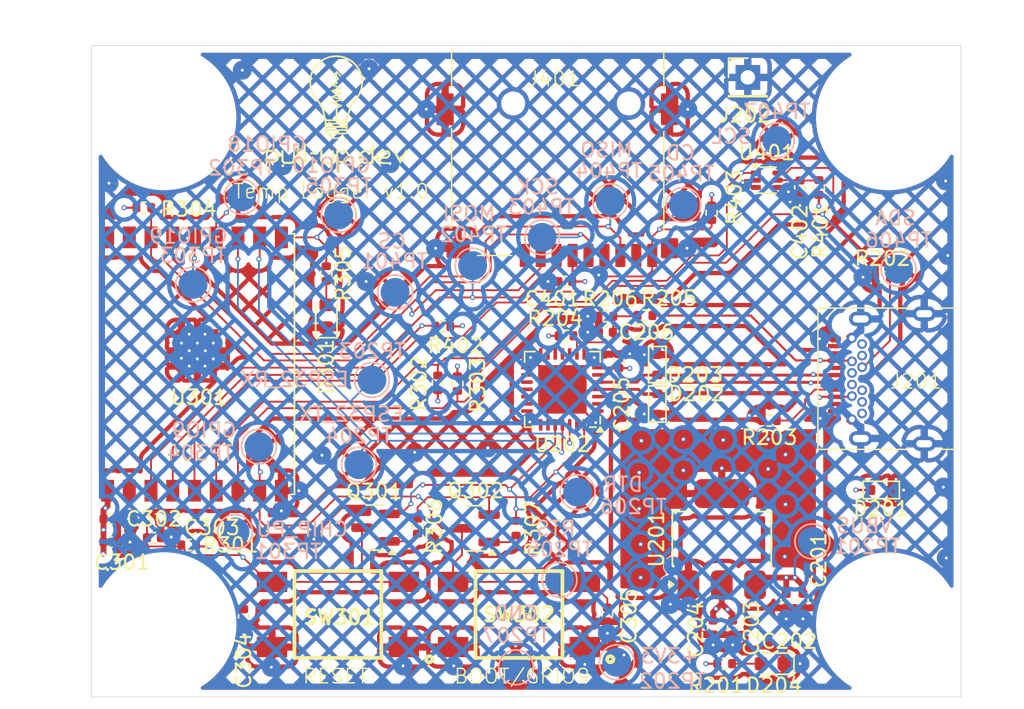
<source format=kicad_pcb>
(kicad_pcb (version 20240108) (generator "pcbnew") (generator_version "8.0")
  (title_block (title "${project_name}") (date "2024-08-10") (rev "${pcb_version_major}.${pcb_version_minor}") (company "pull-up.dev"))
  (layers (0 "F.Cu" signal) (1 "In1.Cu" signal) (2 "In2.Cu" signal) (31 "B.Cu" signal) (34 "B.Paste" user) (35 "F.Paste" user) (36 "B.SilkS" user "B.Silkscreen") (37 "F.SilkS" user "F.Silkscreen") (38 "B.Mask" user) (39 "F.Mask" user) (44 "Edge.Cuts" user))
  (property "pcb_version_major" "1")
  (property "pcb_version_minor" "0")
  (property "project_name" "Temp Logger")
  (net 0 "")
  (net 1 "GND")
  (net 2 "VBUS")
  (net 3 "+3V3")
  (net 4 "Net-(U202-VBUS)")
  (net 5 "/MCU/CHIP_PU")
  (net 6 "/MCU/GPIO9")
  (net 7 "Net-(U401-V+)")
  (net 8 "/USB + Power Supply/USB_DATA.DP")
  (net 9 "/USB + Power Supply/USB_DATA.DN")
  (net 10 "Net-(D204-A)")
  (net 11 "Net-(D301-A)")
  (net 14 "/USB + Power Supply/CC1")
  (net 21 "/USB + Power Supply/CC2")
  (net 24 "/MCU/SD.CS")
  (net 26 "/MCU/SD.MISO")
  (net 27 "/MCU/SD.MOSI")
  (net 29 "/MCU/SD.SCK")
  (net 30 "/MCU/SD.CD")
  (net 31 "/MCU/RTS")
  (net 32 "Net-(Q301-B)")
  (net 33 "/MCU/DTR")
  (net 34 "Net-(Q302-B)")
  (net 35 "Net-(U202-~{RST})")
  (net 36 "/MCU/I2C.SCL")
  (net 37 "/MCU/I2C.SDA")
  (net 38 "/MCU/GPIO10")
  (net 39 "/MCU/UART.ESP32_RX")
  (net 40 "/MCU/UART.ESP32_TX")
  (net 41 "Net-(U301-GPIO18{slash}USB_D-)")
  (net 42 "Net-(U301-GPIO19{slash}USB_D+)")
  (footprint "Resistor_SMD:R_0402_1005Metric" (layer "F.Cu") (at 148.79 101.9 180)
    (property "Reference" "R203")
    (property "Value" "5k1")
  )
  (footprint "Resistor_SMD:R_0402_1005Metric" (layer "F.Cu") (at 152.2 85.8 90)
    (property "Reference" "R401")
    (property "Value" "1k")
  )
  (footprint "Resistor_SMD:R_0402_1005Metric" (layer "F.Cu") (at 125.9 99.3 90)
    (property "Reference" "R302")
    (property "Value" "4.7k")
  )
  (footprint "Resistor_SMD:R_0402_1005Metric" (layer "F.Cu") (at 108.7 110.5 180)
    (property "Reference" "R301")
    (property "Value" "10k")
  )
  (footprint "Resistor_SMD:R_0402_1005Metric" (layer "F.Cu") (at 137.5 94.7 180)
    (property "Reference" "R206")
    (property "Value" "47.1k 1%")
  )
  (footprint "LED_SMD:LED_0603_1608Metric" (layer "F.Cu") (at 118.2 94.7 90)
    (property "Reference" "D301")
    (property "Value" "A-SP194BR5C-C01-3T")
  )
  (footprint "Capacitor_SMD:C_0402_1005Metric" (layer "F.Cu") (at 103.3 110.3)
    (property "Reference" "C301")
    (property "Value" "10u")
  )
  (footprint "Capacitor_SMD:C_0402_1005Metric" (layer "F.Cu") (at 144.9 116.2 -90)
    (property "Reference" "C204")
    (property "Value" "10u")
  )
  (footprint "Capacitor_SMD:C_0402_1005Metric" (layer "F.Cu") (at 150.9 85.8 -90)
    (property "Reference" "C402")
    (property "Value" "100n")
  )
  (footprint "Capacitor_SMD:C_0402_1005Metric" (layer "F.Cu") (at 112.5 115.42 90)
    (property "Reference" "C304")
    (property "Value" "100n")
  )
  (footprint "Resistor_SMD:R_0402_1005Metric" (layer "F.Cu") (at 134.75 96.05)
    (property "Reference" "R204")
    (property "Value" "1k")
  )
  (footprint "tuto-kicad-temp-logger:logo" (layer "F.Cu") (at 118.9 80.65)
    (property "Reference" "G***" (hide yes))
    (property "Value" "LOGO" (hide yes))
  )
  (footprint "Resistor_SMD:R_0402_1005Metric" (layer "F.Cu") (at 127.25 99.35 -90)
    (property "Reference" "R303")
    (property "Value" "4.7k")
  )
  (footprint "Capacitor_SMD:C_0402_1005Metric" (layer "F.Cu") (at 134.7 92.3 180)
    (property "Reference" "C401")
    (property "Value" "100n")
  )
  (footprint "Resistor_SMD:R_0402_1005Metric" (layer "F.Cu") (at 124.5 109.2 -90)
    (property "Reference" "R306")
    (property "Value" "10k")
  )
  (footprint "Resistor_SMD:R_0402_1005Metric" (layer "F.Cu") (at 144.8 87.55 -90)
    (property "Reference" "R403")
    (property "Value" "10k")
  )
  (footprint "Package_TO_SOT_SMD:SOT-23" (layer "F.Cu") (at 121.6 109.3 180)
    (property "Reference" "Q301")
    (property "Value" "L8050QLT1G")
  )
  (footprint "Capacitor_SMD:C_0402_1005Metric" (layer "F.Cu") (at 137.6 115.3 90)
    (property "Reference" "C305")
    (property "Value" "100n")
  )
  (footprint "Package_TO_SOT_SMD:SOT-23" (layer "F.Cu") (at 128.5 109.35 180)
    (property "Reference" "Q302")
    (property "Value" "L8050QLT1G")
  )
  (footprint "Resistor_SMD:R_0402_1005Metric" (layer "F.Cu") (at 126.25 95.4 180)
    (property "Reference" "R402")
    (property "Value" "10k")
  )
  (footprint "MountingHole:MountingHole_4.3mm_M4" (layer "F.Cu") (at 157 81)
    (property "Reference" "H102" (hide yes))
    (property "Value" "MountingHole" (hide yes))
  )
  (footprint "Package_DFN_QFN:QFN-28-1EP_5x5mm_P0.5mm_EP3.35x3.35mm" (layer "F.Cu") (at 134.5 99.75 180)
    (property "Reference" "U202")
    (property "Value" "CP2102N-Axx-xQFN28")
  )
  (footprint "tuto-kicad-temp-logger:TE_FSM4JSMATR" (layer "F.Cu") (at 131.5 115.3 -90)
    (property "Reference" "SW302")
    (property "Value" "TE_FSM4JSMATR" (hide yes))
  )
  (footprint "MountingHole:MountingHole_4.3mm_M4" (layer "F.Cu") (at 107 116)
    (property "Reference" "H104" (hide yes))
    (property "Value" "MountingHole" (hide yes))
  )
  (footprint "Resistor_SMD:R_0402_1005Metric" (layer "F.Cu") (at 131.3 109.34 -90)
    (property "Reference" "R307")
    (property "Value" "10k")
  )
  (footprint "tuto-kicad-temp-logger:TE_FSM4JSMATR" (layer "F.Cu") (at 119 115.3 -90)
    (property "Reference" "SW301")
    (property "Value" "TE_FSM4JSMATR" (hide yes))
  )
  (footprint "Resistor_SMD:R_0402_1005Metric" (layer "F.Cu") (at 156.6 92 180)
    (property "Reference" "R202")
    (property "Value" "5k1")
  )
  (footprint "Resistor_SMD:R_0402_1005Metric" (layer "F.Cu") (at 118.2 91.75 -90)
    (property "Reference" "R305")
    (property "Value" "270R")
  )
  (footprint "MountingHole:MountingHole_4.3mm_M4" (layer "F.Cu") (at 157 116)
    (property "Reference" "H103" (hide yes))
    (property "Value" "MountingHole" (hide yes))
  )
  (footprint "Package_TO_SOT_SMD:SOT-223" (layer "F.Cu") (at 145.5 110.1 90)
    (property "Reference" "U201")
    (property "Value" "SGM2212-3.3XKC3G")
  )
  (footprint "Package_TO_SOT_SMD:SOT-563" (layer "F.Cu") (at 148.6 85.3)
    (property "Reference" "U401")
    (property "Value" "TMP102xxDRL")
  )
  (footprint "Capacitor_SMD:C_0402_1005Metric" (layer "F.Cu") (at 106.3 110)
    (property "Reference" "C303")
    (property "Value" "1u")
  )
  (footprint "Capacitor_SMD:C_0402_1005Metric" (layer "F.Cu") (at 137.5 95.8 180)
    (property "Reference" "C206")
    (property "Value" "1u")
  )
  (footprint "Capacitor_SMD:C_0402_1005Metric" (layer "F.Cu") (at 138.4 97.8 90)
    (property "Reference" "C205")
    (property "Value" "10u")
  )
  (footprint "Capacitor_SMD:C_0402_1005Metric" (layer "F.Cu") (at 103.3 108.7)
    (property "Reference" "C302")
    (property "Value" "100n")
  )
  (footprint "Resistor_SMD:R_0402_1005Metric" (layer "F.Cu") (at 140.2 94.65 180)
    (property "Reference" "R205")
    (property "Value" "22.1k 1%")
  )
  (footprint "tuto-kicad-temp-logger:D_SOD-523_non-pol" (layer "F.Cu") (at 141.05 98.05 -90)
    (property "Reference" "D203")
    (property "Value" "LESD5D5.0CT1G")
  )
  (footprint "PCM_Espressif:ESP32-C3-WROOM-02" (layer "F.Cu") (at 109 98 90)
    (property "Reference" "U301")
    (property "Value" "ESP32-C3-WROOM-02")
  )
  (footprint "tuto-kicad-temp-logger:D_SOD-523_non-pol" (layer "F.Cu") (at 156.5 106.7 180)
    (property "Reference" "D201")
    (property "Value" "LESD5D5.0CT1G")
  )
  (footprint "Resistor_SMD:R_0402_1005Metric" (layer "F.Cu") (at 145.7 118.7)
    (property "Reference" "R201")
    (property "Value" "270R")
  )
  (footprint "tuto-kicad-temp-logger:D_SOD-523_non-pol" (layer "F.Cu") (at 141.05 100.75 90)
    (property "Reference" "D202")
    (property "Value" "LESD5D5.0CT1G")
  )
  (footprint "Capacitor_SMD:C_0402_1005Metric" (layer "F.Cu") (at 149.95 114.35 -90)
    (property "Reference" "C202")
    (property "Value" "100n")
  )
  (footprint "Capacitor_SMD:C_0402_1005Metric" (layer "F.Cu") (at 146.25 116.2 -90)
    (property "Reference" "C203")
    (property "Value" "100n")
  )
  (footprint "Resistor_SMD:R_0402_1005Metric" (layer "F.Cu") (at 105.6 87.2)
    (property "Reference" "R304")
    (property "Value" "47k")
  )
  (footprint "LED_SMD:LED_0603_1608Metric" (layer "F.Cu") (at 149 118.7 180)
    (property "Reference" "D204")
    (property "Value" "A-SP194BR5C-C01-3T")
  )
  (footprint "tuto-kicad-temp-logger:HOOYA_USB_306F" (layer "F.Cu") (at 153.8375 102.615 90)
    (property "Reference" "J201")
    (property "Value" "HOOYA_USB_306F")
  )
  (footprint "MountingHole:MountingHole_4.3mm_M4" (layer "F.Cu") (at 107 81)
    (property "Reference" "H101" (hide yes))
    (property "Value" "MountingHole" (hide yes))
  )
  (footprint "tuto-kicad-temp-logger:SHOUHAN_TF_CARD_H1.8" (layer "F.Cu") (at 134.15 80 180)
    (property "Reference" "J401")
    (property "Value" "SHOU HAN TF-CARD H1.8")
  )
  (footprint "Connector_PinHeader_2.54mm:PinHeader_1x01_P2.54mm_Vertical" (layer "F.Cu") (at 147.3 78.2)
    (property "Reference" "J202")
    (property "Value" "Conn_01x01_Pin")
  )
  (footprint "Capacitor_SMD:C_0402_1005Metric" (layer "F.Cu") (at 151.1 114.35 -90)
    (property "Reference" "C201")
    (property "Value" "10u")
  )
  (footprint "TestPoint:TestPoint_Pad_D2.0mm" (layer "B.Cu") (at 134.3 112.9 180)
    (property "Reference" "TP205")
    (property "Value" "TestPoint")
  )
  (footprint "TestPoint:TestPoint_Pad_D2.0mm" (layer "B.Cu") (at 151.75 110.25 180)
    (property "Reference" "TP201")
    (property "Value" "TestPoint")
  )
  (footprint "TestPoint:TestPoint_Pad_D2.0mm" (layer "B.Cu") (at 112.35 86.45 180)
    (property "Reference" "TP302")
    (property "Value" "TestPoint")
  )
  (footprint "TestPoint:TestPoint_Pad_D2.0mm" (layer "B.Cu") (at 109 92.5 180)
    (property "Reference" "TP303")
    (property "Value" "TestPoint")
  )
  (footprint "TestPoint:TestPoint_Pad_D2.0mm" (layer "B.Cu") (at 137.8 86.75 -90)
    (property "Reference" "TP404")
    (property "Value" "TestPoint")
  )
  (footprint "TestPoint:TestPoint_Pad_D2.0mm" (layer "B.Cu") (at 120.45 104.95 180)
    (property "Reference" "TP204")
    (property "Value" "TestPoint")
  )
  (footprint "TestPoint:TestPoint_Pad_D2.0mm" (layer "B.Cu") (at 133.1 89.25 -90)
    (property "Reference" "TP403")
    (property "Value" "TestPoint")
  )
  (footprint "TestPoint:TestPoint_Pad_D2.0mm" (layer "B.Cu") (at 157.7 91.45 180)
    (property "Reference" "TP406")
    (property "Value" "TestPoint")
  )
  (footprint "TestPoint:TestPoint_Pad_D2.0mm" (layer "B.Cu") (at 121.35 99.1 180)
    (property "Reference" "TP203")
    (property "Value" "TestPoint")
  )
  (footprint "TestPoint:TestPoint_Pad_D2.0mm" (layer "B.Cu") (at 113.55 103.7 180)
    (property "Reference" "TP304")
    (property "Value" "TestPoint")
  )
  (footprint "TestPoint:TestPoint_Pad_D2.0mm" (layer "B.Cu") (at 122.95 93.05 -90)
    (property "Reference" "TP401")
    (property "Value" "TestPoint")
  )
  (footprint "TestPoint:TestPoint_Pad_D2.0mm" (layer "B.Cu") (at 128.3 91.2 -90)
    (property "Reference" "TP402")
    (property "Value" "TestPoint")
  )
  (footprint "TestPoint:TestPoint_Pad_D2.0mm" (layer "B.Cu") (at 138.25 118.6 180)
    (property "Reference" "TP202")
    (property "Value" "TestPoint")
  )
  (footprint "TestPoint:TestPoint_Pad_D2.0mm" (layer "B.Cu") (at 119.05 87.7 180)
    (property "Reference" "TP305")
    (property "Value" "TestPoint")
  )
  (footprint "TestPoint:TestPoint_Pad_D2.0mm" (layer "B.Cu") (at 149.3 82.55 180)
    (property "Reference" "TP407")
    (property "Value" "TestPoint")
  )
  (footprint "TestPoint:TestPoint_Pad_D2.0mm" (layer "B.Cu") (at 142.85 87 -90)
    (property "Reference" "TP405")
    (property "Value" "TestPoint")
  )
  (footprint "TestPoint:TestPoint_Pad_D2.0mm" (layer "B.Cu") (at 111.9 109.6 180)
    (property "Reference" "TP301")
    (property "Value" "TestPoint")
  )
  (footprint "TestPoint:TestPoint_Pad_D2.0mm" (layer "B.Cu") (at 135.55 106.85 180)
    (property "Reference" "TP206")
    (property "Value" "TestPoint")
  )
  (footprint "TestPoint:TestPoint_Pad_D2.0mm" (layer "B.Cu") (at 131.3 118.95 180)
    (property "Reference" "TP207")
    (property "Value" "TestPoint")
  )
  (gr_rect (start 102 76) (end 162 121) (stroke (width 0.05)) (fill none) (layer "Edge.Cuts"))
  (gr_text "+3V3" (at 144 118.75 0) (layer "B.SilkS") (effects (font (size 1 1)) (justify left bottom mirror)))
  (gr_text "GPIO10" (at 121.35 84.85 0) (layer "B.SilkS") (effects (font (size 1 1)) (justify left bottom mirror)))
  (gr_text "DTR" (at 140.15 106.9 0) (layer "B.SilkS") (effects (font (size 1 1)) (justify left bottom mirror)))
  (gr_text "VBUS" (at 157.35 109.75 0) (layer "B.SilkS") (effects (font (size 1 1)) (justify left bottom mirror)))
  (gr_text "ESP32_TX" (at 123.65 102.05 0) (layer "B.SilkS") (effects (font (size 1 1)) (justify left bottom mirror)))
  (gr_text "CS" (at 123.8 90.1 0) (layer "B.SilkS") (effects (font (size 1 1)) (justify left bottom mirror)))
  (gr_text "GPIO19" (at 111.5 89.75 0) (layer "B.SilkS") (effects (font (size 1 1)) (justify left bottom mirror)))
  (gr_text "GND" (at 132.9 115.8 0) (layer "B.SilkS") (effects (font (size 1 1)) (justify left bottom mirror)))
  (gr_text "MISO" (at 139.45 83.8 0) (layer "B.SilkS") (effects (font (size 1 1)) (justify left bottom mirror)))
  (gr_text "CD" (at 143.75 84 0) (layer "B.SilkS") (effects (font (size 1 1)) (justify left bottom mirror)))
  (gr_text "RTS" (at 135.5 109.95 0) (layer "B.SilkS") (effects (font (size 1 1)) (justify left bottom mirror)))
  (gr_text "MOSI" (at 129.95 88.2 0) (layer "B.SilkS") (effects (font (size 1 1)) (justify left bottom mirror)))
  (gr_text "SCL" (at 147.65 82.85 0) (layer "B.SilkS") (effects (font (size 1 1)) (justify left bottom mirror)))
  (gr_text "ESP32_RX" (at 119.85 99.65 0) (layer "B.SilkS") (effects (font (size 1 1)) (justify left bottom mirror)))
  (gr_text "SDA" (at 159 88.5 0) (layer "B.SilkS") (effects (font (size 1 1)) (justify left bottom mirror)))
  (gr_text "GPIO18" (at 116.9 83.4 0) (layer "B.SilkS") (effects (font (size 1 1)) (justify left bottom mirror)))
  (gr_text "GPIO9" (at 112.1 103.15 0) (layer "B.SilkS") (effects (font (size 1 1)) (justify left bottom mirror)))
  (gr_text "CHIP_PU" (at 119.8 110 0) (layer "B.SilkS") (effects (font (size 1 1)) (justify left bottom mirror)))
  (gr_text "SCK" (at 134.35 86.35 0) (layer "B.SilkS") (effects (font (size 1 1)) (justify left bottom mirror)))
  (gr_text "${project_name} v${pcb_version_major}.${pcb_version_minor}" (at 111.7 86.65 0) (layer "F.SilkS") (effects (font (size 1 1) (thickness 0.1)) (justify left bottom)))
  (gr_text "BOOT/GPIO9" (at 126.95 120.15 0) (layer "F.SilkS") (effects (font (size 1 1) (thickness 0.1)) (justify left bottom)))
  (gr_text "RESET" (at 116.5 120.15 0) (layer "F.SilkS") (effects (font (size 1 1) (thickness 0.1)) (justify left bottom)))
  (segment (start 134.5 99.75) (end 132.25 102) (width 0.15) (layer "F.Cu") (net 1))
  (segment (start 143.2 113) (end 142.15 111.95) (width 0.4) (layer "F.Cu") (net 1))
  (segment (start 149.7875 118.7) (end 150.9 118.7) (width 0.15) (layer "F.Cu") (net 1))
  (segment (start 156.09 92) (end 155.25 92) (width 0.15) (layer "F.Cu") (net 1))
  (segment (start 108.2 98.14) (end 110.4 98.14) (width 0.4) (layer "F.Cu") (net 1))
  (segment (start 141.05 101.45) (end 140.15 101.45) (width 0.15) (layer "F.Cu") (net 1))
  (segment (start 107.45 110) (end 107.5 109.95) (width 0.15) (layer "F.Cu") (net 1))
  (segment (start 149.95 114.83) (end 149.95 115.6) (width 0.4) (layer "F.Cu") (net 1))
  (segment (start 143.2 113.25) (end 143.2 113.35) (width 0.4) (layer "F.Cu") (net 1))
  (segment (start 136.99 94.7) (end 136.25 94.7) (width 0.15) (layer "F.Cu") (net 1))
  (segment (start 103.78 110.3) (end 104.65 110.3) (width 0.4) (layer "F.Cu") (net 1))
  (segment (start 112.5 115.9) (end 112.5 116.7) (width 0.15) (layer "F.Cu") (net 1))
  (segment (start 150.1 86.05) (end 149.85 85.8) (width 0.15) (layer "F.Cu") (net 1))
  (segment (start 123.55 117.55) (end 123.55 118.8) (width 0.15) (layer "F.Cu") (net 1))
  (segment (start 114.45 118.9) (end 114.4 118.95) (width 0.15) (layer "F.Cu") (net 1))
  (segment (start 114.45 117.55) (end 114.45 118.9) (width 0.15) (layer "F.Cu") (net 1))
  (segment (start 108.2 97.09) (end 108.2 98.14) (width 0.4) (layer "F.Cu") (net 1))
  (segment (start 126.95 117.55) (end 126.95 118.8) (width 0.15) (layer "F.Cu") (net 1))
  (segment (start 150.9 86.28) (end 150.9 87.05) (width 0.15) (layer "F.Cu") (net 1))
  (segment (start 108.2 97.09) (end 110.4 97.09) (width 0.4) (layer "F.Cu") (net 1))
  (segment (start 146.25 116.68) (end 146.25 117.4) (width 0.4) (layer "F.Cu") (net 1))
  (segment (start 134.22 92.3) (end 133.5 92.3) (width 0.15) (layer "F.Cu") (net 1))
  (segment (start 103.78 108.7) (end 104.55 108.7) (width 0.4) (layer "F.Cu") (net 1))
  (segment (start 139.13 97.32) (end 139.15 97.3) (width 0.15) (layer "F.Cu") (net 1))
  (segment (start 126.4 80.4) (end 125.1 80.4) (width 0.15) (layer "F.Cu") (net 1))
  (segment (start 143.2 113.25) (end 143.2 114.7) (width 0.4) (layer "F.Cu") (net 1))
  (segment (start 152.265 96.265) (end 152.25 96.25) (width 0.15) (layer "F.Cu") (net 1))
  (segment (start 127.3 90) (end 125.75 90) (width 0.15) (layer "F.Cu") (net 1))
  (segment (start 109.3 95.94) (end 109.3 98.14) (width 0.4) (layer "F.Cu") (net 1))
  (segment (start 143.2 113.25) (end 143.2 113) (width 0.4) (layer "F.Cu") (net 1))
  (segment (start 147.85 85.3) (end 147.3 85.3) (width 0.15) (layer "F.Cu") (net 1))
  (segment (start 136.05 117.55) (end 136.05 118.75) (width 0.15) (layer "F.Cu") (net 1))
  (segment (start 141.9 90) (end 143.1 90) (width 0.15) (layer "F.Cu") (net 1))
  (segment (start 115.1 106.75) (end 116.3 106.75) (width 0.4) (layer "F.Cu") (net 1))
  (segment (start 153.2775 101.765) (end 152.315 101.765) (width 0.15) (layer "F.Cu") (net 1))
  (segment (start 137.4 91.45) (end 137.4 90.5) (width 0.15) (layer "F.Cu") (net 1))
  (segment (start 152.315 101.765) (end 152.3 101.75) (width 0.15) (layer "F.Cu") (net 1))
  (segment (start 137.02 95.8) (end 136.25 95.8) (width 0.15) (layer "F.Cu") (net 1))
  (segment (start 141.9 80.4) (end 143.15 80.4) (width 0.15) (layer "F.Cu") (net 1))
  (segment (start 150.1 86.1) (end 150.1 86.05) (width 0.15) (layer "F.Cu") (net 1))
  (segment (start 134.5 99.75) (end 136.7 97.55) (width 0.15) (layer "F.Cu") (net 1))
  (segment (start 153.2775 96.265) (end 152.265 96.265) (width 0.15) (layer "F.Cu") (net 1))
  (segment (start 118.2 95.4875) (end 118.2 96.55) (width 0.15) (layer "F.Cu") (net 1))
  (segment (start 115.1 106.75) (end 115.1 108.15) (width 0.4) (layer "F.Cu") (net 1))
  (segment (start 134.5 99.75) (end 132.3 97.55) (width 0.15) (layer "F.Cu") (net 1))
  (segment (start 137 91.85) (end 137.4 91.45) (width 0.15) (layer "F.Cu") (net 1))
  (segment (start 141.05 97.35) (end 140.15 97.35) (width 0.15) (layer "F.Cu") (net 1))
  (segment (start 126.95 118.8) (end 127 118.85) (width 0.15) (layer "F.Cu") (net 1))
  (segment (start 137.8 100.25) (end 138.05 100.5) (width 0.15) (layer "F.Cu") (net 1))
  (segment (start 151.1 114.83) (end 151.1 115.6) (width 0.4) (layer "F.Cu") (net 1))
  (segment (start 110.4 95.94) (end 108.2 95.94) (width 0.4) (layer "F.Cu") (net 1))
  (segment (start 137.6 115.78) (end 137.6 116.6) (width 0.15) (layer "F.Cu") (net 1))
  (segment (start 157.2 106.7) (end 158.05 106.7) (width 0.15) (layer "F.Cu") (net 1))
  (segment (start 147.75 101.9) (end 147.4 101.55) (width 0.15) (layer "F.Cu") (net 1))
  (segment (start 147.3 85.3) (end 147.1 85.3) (width 0.15) (layer "F.Cu") (net 1))
  (segment (start 108.2 95.94) (end 108.2 97.09) (width 0.4) (layer "F.Cu") (net 1))
  (segment (start 110.4 98.14) (end 110.4 95.94) (width 0.4) (layer "F.Cu") (net 1))
  (segment (start 136.95 100.25) (end 137.8 100.25) (width 0.15) (layer "F.Cu") (net 1))
  (segment (start 143.2 113.35) (end 141.95 114.6) (width 0.4) (layer "F.Cu") (net 1))
  (segment (start 144.9 116.68) (end 144.9 117.4) (width 0.4) (layer "F.Cu") (net 1))
  (segment (start 106.78 110) (end 107.45 110) (width 0.15) (layer "F.Cu") (net 1))
  (segment (start 138.4 97.32) (end 139.13 97.32) (width 0.15) (layer "F.Cu") (net 1))
  (segment (start 147.1 85.3) (end 146.95 85.45) (width 0.15) (layer "F.Cu") (net 1))
  (segment (start 148.28 101.9) (end 147.75 101.9) (width 0.15) (layer "F.Cu") (net 1))
  (segment (start 143.2 113.25) (end 141.85 113.25) (width 0.4) (layer "F.Cu") (net 1))
  (segment (start 149.85 85.8) (end 149.35 85.8) (width 0.15) (layer "F.Cu") (net 1))
  (segment (start 123.55 118.8) (end 123.5 118.85) (width 0.15) (layer "F.Cu") (net 1))
  (segment (start 134.5 99.75) (end 136.8 102.05) (width 0.15) (layer "F.Cu") (net 1))
  (via (at 109.83 95.94) (size 0.35) (drill 0.2) (layers "F.Cu" "B.Cu") (net 1))
  (via (at 117.9 104.3) (size 0.35) (drill 0.2) (layers "F.Cu" "B.Cu") (net 1))
  (via (at 150.1 86.1) (size 0.35) (drill 0.2) (layers "F.Cu" "B.Cu") (net 1))
  (via (at 136.7 97.55) (size 0.35) (drill 0.2) (layers "F.Cu" "B.Cu") (net 1))
  (via (at 107.5 109.95) (size 0.35) (drill 0.2) (layers "F.Cu" "B.Cu") (net 1))
  (via (at 160.8 106.5) (size 0.35) (drill 0.2) (layers "F.Cu" "B.Cu") (net 1))
  (via (at 146.25 117.4) (size 0.35) (drill 0.2) (layers "F.Cu" "B.Cu") (net 1))
  (via (at 146.95 85.45) (size 0.35) (drill 0.2) (layers "F.Cu" "B.Cu") (net 1))
  (via (at 108.2 97.6) (size 0.35) (drill 0.2) (layers "F.Cu" "B.Cu") (net 1))
  (via (at 160.95 85.35) (size 0.35) (drill 0.2) (layers "F.Cu" "B.Cu") (net 1))
  (via (at 139.15 97.3) (size 0.35) (drill 0.2) (layers "F.Cu" "B.Cu") (net 1))
  (via (at 143.2 114.7) (size 0.35) (drill 0.2) (layers "F.Cu" "B.Cu") (net 1))
  (via (at 110.4 97.65) (size 0.35) (drill 0.2) (layers "F.Cu" "B.Cu") (net 1))
  (via (at 115.2 84.3) (size 0.35) (drill 0.2) (layers "F.Cu" "B.Cu") (net 1))
  (via (at 151.1 115.6) (size 0.35) (drill 0.2) (layers "F.Cu" "B.Cu") (net 1))
  (via (at 123.5 118.85) (size 0.35) (drill 0.2) (layers "F.Cu" "B.Cu") (net 1))
  (via (at 144.9 117.4) (size 0.35) (drill 0.2) (layers "F.Cu" "B.Cu") (net 1))
  (via (at 109.85 97.09) (size 0.35) (drill 0.2) (layers "F.Cu" "B.Cu") (net 1))
  (via (at 136.25 95.8) (size 0.35) (drill 0.2) (layers "F.Cu" "B.Cu") (net 1))
  (via (at 127 118.85) (size 0.35) (drill 0.2) (layers "F.Cu" "B.Cu") (net 1))
  (via (at 115.1 108.15) (size 0.35) (drill 0.2) (layers "F.Cu" "B.Cu") (net 1))
  (via (at 117.35 110.1) (size 0.35) (drill 0.2) (layers "F.Cu" "B.Cu") (net 1))
  (via (at 124.3 104.1) (size 0.35) (drill 0.2) (layers "F.Cu" "B.Cu") (net 1))
  (via (at 122.6 84.15) (size 0.35) (drill 0.2) (layers "F.Cu" "B.Cu") (net 1))
  (via (at 104.55 108.7) (size 0.35) (drill 0.2) (layers "F.Cu" "B.Cu") (net 1))
  (via (at 110.4 96.55) (size 0.35) (drill 0.2) (layers "F.Cu" "B.Cu") (net 1))
  (via (at 125.1 80.4) (size 0.35) (drill 0.2) (layers "F.Cu" "B.Cu") (net 1))
  (via (at 161 111.4) (size 0.35) (drill 0.2) (layers "F.Cu" "B.Cu") (net 1))
  (via (at 109.3 97.65) (size 0.35) (drill 0.2) (layers "F.Cu" "B.Cu") (net 1))
  (via (at 142.15 111.95) (size 0.35) (drill 0.2) (layers "F.Cu" "B.Cu") (net 1))
  (via (at 129.35 103.8) (size 0.35) (drill 0.2) (layers "F.Cu" "B.Cu") (net 1))
  (via (at 108.74 97.09) (size 0.35) (drill 0.2) (layers "F.Cu" "B.Cu") (net 1))
  (via (at 150.9 118.7) (size 0.35) (drill 0.2) (layers "F.Cu" "B.Cu") (net 1))
  (via (at 138.05 100.5) (size 0.35) (drill 0.2) (layers "F.Cu" "B.Cu") (net 1))
  (via (at 133.5 92.3) (size 0.35) (drill 0.2) (layers "F.Cu" "B.Cu") (net 1))
  (via (at 137.6 116.6) (size 0.35) (drill 0.2) (layers "F.Cu" "B.Cu") (net 1))
  (via (at 136.05 118.75) (size 0.35) (drill 0.2) (layers "F.Cu" "B.Cu") (net 1))
  (via (at 108.74 95.94) (size 0.35) (drill 0.2) (layers "F.Cu" "B.Cu") (net 1))
  (via (at 143.1 90) (size 0.35) (drill 0.2) (layers "F.Cu" "B.Cu") (net 1))
  (via (at 137 91.85) (size 0.35) (drill 0.2) (layers "F.Cu" "B.Cu") (net 1))
  (via (at 112.4 77.7) (size 0.35) (drill 0.2) (layers "F.Cu" "B.Cu") (net 1))
  (via (at 118.2 96.55) (size 0.35) (drill 0.2) (layers "F.Cu" "B.Cu") (net 1))
  (via (at 136.25 94.7) (size 0.35) (drill 0.2) (layers "F.Cu" "B.Cu") (net 1))
  (via (at 158.05 106.7) (size 0.35) (drill 0.2) (layers "F.Cu" "B.Cu") (net 1))
  (via (at 116.3 106.75) (size 0.35) (drill 0.2) (layers "F.Cu" "B.Cu") (net 1))
  (via (at 149.95 115.6) (size 0.35) (drill 0.2) (layers "F.Cu" "B.Cu") (net 1))
  (via (at 143.15 80.4) (size 0.35) (drill 0.2) (layers "F.Cu" "B.Cu") (net 1))
  (via (at 132.3 97.55) (size 0.35) (drill 0.2) (layers "F.Cu" "B.Cu") (net 1))
  (via (at 140.15 97.35) (size 0.35) (drill 0.2) (layers "F.Cu" "B.Cu") (net 1))
  (via (at 112.5 116.7) (size 0.35) (drill 0.2) (layers "F.Cu" "B.Cu") (net 1))
  (via (at 104.65 110.3) (size 0.35) (drill 0.2) (layers "F.Cu" "B.Cu") (net 1))
  (via (at 121.15 77.6) (size 0.35) (drill 0.2) (layers "F.Cu" "B.Cu") (net 1))
  (via (at 136.8 102.05) (size 0.35) (drill 0.2) (layers "F.Cu" "B.Cu") (net 1))
  (via (at 114.4 118.95) (size 0.35) (drill 0.2) (layers "F.Cu" "B.Cu") (net 1))
  (via (at 108.74 98.14) (size 0.35) (drill 0.2) (layers "F.Cu" "B.Cu") (net 1))
  (via (at 141.95 114.6) (size 0.35) (drill 0.2) (layers "F.Cu" "B.Cu") (net 1))
  (via (at 140.15 101.45) (size 0.35) (drill 0.2) (layers "F.Cu" "B.Cu") (net 1))
  (via (at 161.1 90.5) (size 0.35) (drill 0.2) (layers "F.Cu" "B.Cu") (net 1))
  (via (at 155.25 92) (size 0.35) (drill 0.2) (layers "F.Cu" "B.Cu") (net 1))
  (via (at 109.83 98.14) (size 0.35) (drill 0.2) (layers "F.Cu" "B.Cu") (net 1))
  (via (at 125.75 90) (size 0.35) (drill 0.2) (layers "F.Cu" "B.Cu") (net 1))
  (via (at 103.2 85.5) (size 0.35) (drill 0.2) (layers "F.Cu" "B.Cu") (net 1))
  (via (at 108.2 96.55) (size 0.35) (drill 0.2) (layers "F.Cu" "B.Cu") (net 1))
  (via (at 152.3 101.75) (size 0.35) (drill 0.2) (layers "F.Cu" "B.Cu") (net 1))
  (via (at 141.85 113.25) (size 0.35) (drill 0.2) (layers "F.Cu" "B.Cu") (net 1))
  (via (at 109.3 96.55) (size 0.35) (drill 0.2) (layers "F.Cu" "B.Cu") (net 1))
  (via (at 120.95 92.3) (size 0.35) (drill 0.2) (layers "F.Cu" "B.Cu") (net 1))
  (via (at 150.9 87.05) (size 0.35) (drill 0.2) (layers "F.Cu" "B.Cu") (net 1))
  (via (at 152.25 96.25) (size 0.35) (drill 0.2) (layers "F.Cu" "B.Cu") (net 1))
  (via (at 132.25 102) (size 0.35) (drill 0.2) (layers "F.Cu" "B.Cu") (net 1))
  (via (at 103.1 112.2) (size 0.35) (drill 0.2) (layers "F.Cu" "B.Cu") (net 1))
  (via (at 147.4 101.55) (size 0.35) (drill 0.2) (layers "F.Cu" "B.Cu") (net 1))
  (segment (start 151.1 113.87) (end 151.1 113.3) (width 0.4) (layer "F.Cu") (net 2))
  (segment (start 140.71 94.65) (end 147.5 94.65) (width 0.15) (layer "F.Cu") (net 2))
  (segment (start 153.2775 97.765) (end 154.4375 97.765) (width 0.15) (layer "F.Cu") (net 2))
  (segment (start 149.95 113.87) (end 149.95 112.75) (width 0.4) (layer "F.Cu") (net 2))
  (segment (start 147.5 94.65) (end 150.6 97.75) (width 0.15) (layer "F.Cu") (net 2))
  (segment (start 153.2775 97.765) (end 152.315 97.765) (width 0.15) (layer "F.Cu") (net 2))
  (segment (start 149.95 112.75) (end 148.3 112.75) (width 0.4) (layer "F.Cu") (net 2))
  (segment (start 150.6 97.75) (end 152.3 97.75) (width 0.15) (layer "F.Cu") (net 2))
  (segment (start 154.4375 100.265) (end 153.2775 100.265) (width 0.15) (layer "F.Cu") (net 2))
  (segment (start 154.4375 97.765) (end 154.4875 97.815) (width 0.15) (layer "F.Cu") (net 2))
  (segment (start 150.55 112.75) (end 149.95 112.75) (width 0.4) (layer "F.Cu") (net 2))
  (segment (start 152.315 97.765) (end 152.3 97.75) (width 0.15) (layer "F.Cu") (net 2))
  (segment (start 151.1 113.3) (end 150.55 112.75) (width 0.4) (layer "F.Cu") (net 2))
  (segment (start 155.8 106.7) (end 154.75 106.7) (width 0.15) (layer "F.Cu") (net 2))
  (segment (start 148.3 112.75) (end 147.8 113.25) (width 0.4) (layer "F.Cu") (net 2))
  (segment (start 152.285 100.265) (end 152.25 100.3) (width 0.15) (layer "F.Cu") (net 2))
  (segment (start 154.4875 100.215) (end 154.4375 100.265) (width 0.15) (layer "F.Cu") (net 2))
  (segment (start 153.2775 100.265) (end 152.285 100.265) (width 0.15) (layer "F.Cu") (net 2))
  (via (at 152.25 100.3) (size 0.35) (drill 0.2) (layers "F.Cu" "B.Cu") (net 2))
  (via (at 150.55 112.75) (size 0.35) (drill 0.2) (layers "F.Cu" "B.Cu") (net 2))
  (via (at 152.3 97.75) (size 0.35) (drill 0.2) (layers "F.Cu" "B.Cu") (net 2))
  (via (at 149.95 112.75) (size 0.35) (drill 0.2) (layers "F.Cu" "B.Cu") (net 2))
  (via (at 154.75 106.7) (size 0.35) (drill 0.2) (layers "F.Cu" "B.Cu") (net 2))
  (segment (start 150.55 111.45) (end 150.55 112.75) (width 0.15) (layer "B.Cu") (net 2))
  (segment (start 151.75 110.25) (end 150.55 111.45) (width 0.15) (layer "B.Cu") (net 2))
  (segment (start 102.82 111.08) (end 102.8 111.1) (width 0.4) (layer "F.Cu") (net 3))
  (segment (start 125.9 99.81) (end 125.9 100.55) (width 0.15) (layer "F.Cu") (net 3))
  (segment (start 109.21 110.6) (end 110.1 110.6) (width 0.15) (layer "F.Cu") (net 3))
  (segment (start 102.82 108.33) (end 102.82 108.08) (width 0.4) (layer "F.Cu") (net 3))
  (segment (start 136.95 98.75) (end 137.6 98.75) (width 0.15) (layer "F.Cu") (net 3))
  (segment (start 144.9 115.72) (end 144.9 115.15) (width 0.4) (layer "F.Cu") (net 3))
  (segment (start 135.18 92.3) (end 136.05 92.3) (width 0.15) (layer "F.Cu") (net 3))
  (segment (start 146.25 115.3) (end 145.5 114.55) (width 0.4) (layer "F.Cu") (net 3))
  (segment (start 135.2 92.28) (end 135.18 92.3) (width 0.15) (layer "F.Cu") (net 3))
  (segment (start 144.8 87.04) (end 144.8 86.3) (width 0.15) (layer "F.Cu") (net 3))
  (segment (start 139.13 98.28) (end 139.15 98.3) (width 0.15) (layer "F.Cu") (net 3))
  (segment (start 138.4 98.28) (end 139.13 98.28) (width 0.15) (layer "F.Cu") (net 3))
  (segment (start 105.09 87.2) (end 104.25 87.2) (width 0.15) (layer "F.Cu") (net 3))
  (segment (start 137.75 98.25) (end 138.37 98.25) (width 0.15) (layer "F.Cu") (net 3))
  (segment (start 144.9 115.15) (end 145.1 114.95) (width 0.4) (layer "F.Cu") (net 3))
  (segment (start 152.2 86.31) (end 152.2 87.1) (width 0.15) (layer "F.Cu") (net 3))
  (segment (start 145.1 114.95) (end 145.1 114.9) (width 0.4) (layer "F.Cu") (net 3))
  (segment (start 137.75 98.6) (end 137.75 98.25) (width 0.15) (layer "F.Cu") (net 3))
  (segment (start 136.95 98.25) (end 137.75 98.25) (width 0.15) (layer "F.Cu") (net 3))
  (segment (start 102.82 108.7) (end 102.82 108.33) (width 0.4) (layer "F.Cu") (net 3))
  (segment (start 134.24 96.05) (end 133.55 96.05) (width 0.15) (layer "F.Cu") (net 3))
  (segment (start 127.55 95.4) (end 127.6 95.35) (width 0.15) (layer "F.Cu") (net 3))
  (segment (start 144.9 115.15) (end 145.5 114.55) (width 0.4) (layer "F.Cu") (net 3))
  (segment (start 126.76 95.4) (end 127.55 95.4) (width 0.15) (layer "F.Cu") (net 3))
  (segment (start 102.82 108.08) (end 103.1 107.8) (width 0.4) (layer "F.Cu") (net 3))
  (segment (start 127.25 98.84) (end 127.25 98.15) (width 0.15) (layer "F.Cu") (net 3))
  (segment (start 102.82 110) (end 102.82 108.7) (width 0.4) (layer "F.Cu") (net 3))
  (segment (start 137.6 98.75) (end 137.75 98.6) (width 0.15) (layer "F.Cu") (net 3))
  (segment (start 145.19 118.7) (end 144.4 118.7) (width 0.15) (layer "F.Cu") (net 3))
  (segment (start 103.1 107.8) (end 103.1 106.75) (width 0.4) (layer "F.Cu") (net 3))
  (segment (start 138.37 98.25) (end 138.4 98.28) (width 0.15) (layer "F.Cu") (net 3))
  (segment (start 135.2 90.5) (end 135.2 92.28) (width 0.15) (layer "F.Cu") (net 3))
  (segment (start 145.5 114.55) (end 145.5 113.25) (width 0.4) (layer "F.Cu") (net 3))
  (segment (start 146.25 115.72) (end 146.25 115.3) (width 0.4) (layer "F.Cu") (net 3))
  (segment (start 102.82 110.3) (end 102.82 111.08) (width 0.4) (layer "F.Cu") (net 3))
  (via (at 133.55 96.05) (size 0.35) (drill 0.2) (layers "F.Cu" "B.Cu") (net 3))
  (via (at 144.4 118.7) (size 0.35) (drill 0.2) (layers "F.Cu" "B.Cu") (net 3))
  (via (at 102.82 109.45) (size 0.35) (drill 0.2) (layers "F.Cu" "B.Cu") (net 3))
  (via (at 127.6 95.35) (size 0.35) (drill 0.2) (layers "F.Cu" "B.Cu") (net 3))
  (via (at 136.05 92.3) (size 0.35) (drill 0.2) (layers "F.Cu" "B.Cu") (net 3))
  (via (at 149.9 104.25) (size 0.35) (drill 0.2) (layers "F.Cu" "B.Cu") (net 3))
  (via (at 104.25 87.2) (size 0.35) (drill 0.2) (layers "F.Cu" "B.Cu") (net 3))
  (via (at 110.1 110.6) (size 0.35) (drill 0.2) (layers "F.Cu" "B.Cu") (net 3))
  (via (at 145.9 114.95) (size 0.35) (drill 0.2) (layers "F.Cu" "B.Cu") (net 3))
  (via (at 142.85 103.2) (size 0.35) (drill 0.2) (layers "F.Cu" "B.Cu") (net 3))
  (via (at 148.7 103.2) (size 0.35) (drill 0.2) (layers "F.Cu" "B.Cu") (net 3))
  (via (at 138.75 118.1) (size 0.35) (drill 0.2) (layers "F.Cu" "B.Cu") (net 3))
  (via (at 102.8 111.1) (size 0.35) (drill 0.2) (layers "F.Cu" "B.Cu") (net 3))
  (via (at 145.5 105.2) (size 0.35) (drill 0.2) (layers "F.Cu" "B.Cu") (net 3))
  (via (at 152.2 87.1) (size 0.35) (drill 0.2) (layers "F.Cu" "B.Cu") (net 3))
  (via (at 139.95 103.3) (size 0.35) (drill 0.2) (layers "F.Cu" "B.Cu") (net 3))
  (via (at 142.85 105.35) (size 0.35) (drill 0.2) (layers "F.Cu" "B.Cu") (net 3))
  (via (at 145.6 103.25) (size 0.35) (drill 0.2) (layers "F.Cu" "B.Cu") (net 3))
  (via (at 139.8 105.5) (size 0.35) (drill 0.2) (layers "F.Cu" "B.Cu") (net 3))
  (via (at 139.8 108) (size 0.35) (drill 0.2) (layers "F.Cu" "B.Cu") (net 3))
  (via (at 102.95 107.95) (size 0.35) (drill 0.2) (layers "F.Cu" "B.Cu") (net 3))
  (via (at 139.9 112.75) (size 0.35) (drill 0.2) (layers "F.Cu" "B.Cu") (net 3))
  (via (at 149.85 111.3) (size 0.35) (drill 0.2) (layers "F.Cu" "B.Cu") (net 3))
  (via (at 127.25 98.15) (size 0.35) (drill 0.2) (layers "F.Cu" "B.Cu") (net 3))
  (via (at 125.9 100.55) (size 0.35) (drill 0.2) (layers "F.Cu" "B.Cu") (net 3))
  (via (at 139.15 98.3) (size 0.35) (drill 0.2) (layers "F.Cu" "B.Cu") (net 3))
  (via (at 145.1 114.9) (size 0.35) (drill 0.2) (layers "F.Cu" "B.Cu") (net 3))
  (via (at 144.8 86.3) (size 0.35) (drill 0.2) (layers "F.Cu" "B.Cu") (net 3))
  (via (at 148.7 105.25) (size 0.35) (drill 0.2) (layers "F.Cu" "B.Cu") (net 3))
  (via (at 149.9 107.7) (size 0.35) (drill 0.2) (layers "F.Cu" "B.Cu") (net 3))
  (via (at 139.9 110.45) (size 0.35) (drill 0.2) (layers "F.Cu" "B.Cu") (net 3))
  (segment (start 138.25 118.6) (end 138.75 118.1) (width 0.15) (layer "B.Cu") (net 3))
  (segment (start 139.64 94.7) (end 139.69 94.65) (width 0.127) (layer "F.Cu") (net 4))
  (segment (start 137.98 95.8) (end 137.98 96.22) (width 0.127) (layer "F.Cu") (net 4))
  (segment (start 138.01 94.7) (end 138.01 95.77) (width 0.127) (layer "F.Cu") (net 4))
  (segment (start 136 96.75) (end 136 97.3) (width 0.127) (layer "F.Cu") (net 4))
  (segment (start 137.98 96.22) (end 137.7 96.5) (width 0.127) (layer "F.Cu") (net 4))
  (segment (start 137.7 96.5) (end 136.25 96.5) (width 0.127) (layer "F.Cu") (net 4))
  (segment (start 138.01 94.7) (end 139.64 94.7) (width 0.127) (layer "F.Cu") (net 4))
  (segment (start 136.25 96.5) (end 136 96.75) (width 0.127) (layer "F.Cu") (net 4))
  (segment (start 138.01 95.77) (end 137.98 95.8) (width 0.127) (layer "F.Cu") (net 4))
  (segment (start 108.19 110.6) (end 105.95 110.6) (width 0.127) (layer "F.Cu") (net 5))
  (segment (start 112.3 111.2) (end 108.79 111.2) (width 0.127) (layer "F.Cu") (net 5))
  (segment (start 112.5 114.7) (end 114.15 113.05) (width 0.127) (layer "F.Cu") (net 5))
  (segment (start 105.82 110) (end 105.82 109.02) (width 0.127) (layer "F.Cu") (net 5))
  (segment (start 120.6625 109.3) (end 120.6625 112.9875) (width 0.127) (layer "F.Cu") (net 5))
  (segment (start 105.82 110.47) (end 105.82 110) (width 0.127) (layer "F.Cu") (net 5))
  (segment (start 120.6 113.05) (end 114.45 113.05) (width 0.127) (layer "F.Cu") (net 5))
  (segment (start 105.95 110.6) (end 105.82 110.47) (width 0.127) (layer "F.Cu") (net 5))
  (segment (start 112.45 111.35) (end 112.3 111.2) (width 0.127) (layer "F.Cu") (net 5))
  (segment (start 120.6625 112.9875) (end 120.6 113.05) (width 0.127) (layer "F.Cu") (net 5))
  (segment (start 104.6 107.8) (end 104.6 106.75) (width 0.127) (layer "F.Cu") (net 5))
  (segment (start 112.5 114.94) (end 112.5 114.7) (width 0.127) (layer "F.Cu") (net 5))
  (segment (start 114.15 113.05) (end 114.45 113.05) (width 0.127) (layer "F.Cu") (net 5))
  (segment (start 114.15 113.05) (end 112.45 111.35) (width 0.127) (layer "F.Cu") (net 5))
  (segment (start 108.79 111.2) (end 108.19 110.6) (width 0.127) (layer "F.Cu") (net 5))
  (segment (start 105.82 109.02) (end 104.6 107.8) (width 0.127) (layer "F.Cu") (net 5))
  (segment (start 123.55 113.05) (end 120.6 113.05) (width 0.127) (layer "F.Cu") (net 5))
  (via (at 112.45 111.35) (size 0.35) (drill 0.2) (layers "F.Cu" "B.Cu") (net 5))
  (segment (start 112.45 111.35) (end 111.9 110.8) (width 0.127) (layer "B.Cu") (net 5))
  (segment (start 111.9 110.8) (end 111.9 109.6) (width 0.127) (layer "B.Cu") (net 5))
  (segment (start 137.6 114.2) (end 136.45 113.05) (width 0.127) (layer "F.Cu") (net 6))
  (segment (start 118.95 107.15) (end 116.95 109.15) (width 0.127) (layer "F.Cu") (net 6))
  (segment (start 127.5625 109.35) (end 126.2 109.35) (width 0.127) (layer "F.Cu") (net 6))
  (segment (start 126.95 111.8) (end 127.5625 111.1875) (width 0.127) (layer "F.Cu") (net 6))
  (segment (start 136.45 113.05) (end 136.05 113.05) (width 0.127) (layer "F.Cu") (net 6))
  (segment (start 127.5625 111.1875) (end 127.5625 109.35) (width 0.127) (layer "F.Cu") (net 6))
  (segment (start 124.55 107.15) (end 118.95 107.15) (width 0.127) (layer "F.Cu") (net 6))
  (segment (start 137.6 114.82) (end 137.6 114.2) (width 0.127) (layer "F.Cu") (net 6))
  (segment (start 125.45 108.6) (end 125.45 108) (width 0.127) (layer "F.Cu") (net 6))
  (segment (start 113.6 108.8) (end 113.6 106.75) (width 0.127) (layer "F.Cu") (net 6))
  (segment (start 113.95 109.15) (end 113.6 108.8) (width 0.127) (layer "F.Cu") (net 6))
  (segment (start 136.05 113.05) (end 126.95 113.05) (width 0.127) (layer "F.Cu") (net 6))
  (segment (start 113.65 105.45) (end 113.6 105.5) (width 0.127) (layer "F.Cu") (net 6))
  (segment (start 116.95 109.15) (end 113.95 109.15) (width 0.127) (layer "F.Cu") (net 6))
  (segment (start 113.6 105.5) (end 113.6 106.75) (width 0.127) (layer "F.Cu") (net 6))
  (segment (start 126.2 109.35) (end 125.45 108.6) (width 0.127) (layer "F.Cu") (net 6))
  (segment (start 126.95 113.05) (end 126.95 111.8) (width 0.127) (layer "F.Cu") (net 6))
  (via (at 113.65 105.45) (size 0.35) (drill 0.2) (layers "F.Cu" "B.Cu") (net 6))
  (via (at 124.55 107.15) (size 0.35) (drill 0.2) (layers "F.Cu" "B.Cu") (net 6))
  (via (at 125.45 108) (size 0.35) (drill 0.2) (layers "F.Cu" "B.Cu") (net 6))
  (segment (start 124.6 107.15) (end 124.55 107.15) (width 0.127) (layer "B.Cu") (net 6))
  (segment (start 125.45 108) (end 124.6 107.15) (width 0.127) (layer "B.Cu") (net 6))
  (segment (start 113.55 103.7) (end 113.55 105.35) (width 0.127) (layer "B.Cu") (net 6))
  (segment (start 113.55 105.35) (end 113.65 105.45) (width 0.127) (layer "B.Cu") (net 6))
  (segment (start 150.7 85.32) (end 152.17 85.32) (width 0.127) (layer "F.Cu") (net 7))
  (segment (start 152.17 85.32) (end 152.2 85.29) (width 0.127) (layer "F.Cu") (net 7))
  (segment (start 150.68 85.3) (end 150.7 85.32) (width 0.127) (layer "F.Cu") (net 7))
  (segment (start 149.35 85.3) (end 150.68 85.3) (width 0.127) (layer "F.Cu") (net 7))
  (segment (start 150.3 99.265) (end 153.2775 99.265) (width 0.2) (layer "F.Cu") (net 8))
  (segment (start 142.585 99.265) (end 150.3 99.265) (width 0.2) (layer "F.Cu") (net 8))
  (segment (start 141.8 100.05) (end 142.585 99.265) (width 0.2) (layer "F.Cu") (net 8))
  (segment (start 140.05 100.05) (end 139.75 99.75) (width 0.2) (layer "F.Cu") (net 8))
  (segment (start 139.75 99.75) (end 136.95 99.75) (width 0.2) (layer "F.Cu") (net 8))
  (segment (start 141.05 100.05) (end 140.05 100.05) (width 0.2) (layer "F.Cu") (net 8))
  (segment (start 140.1 100.1) (end 140.9 100.1) (width 0.2) (layer "F.Cu") (net 8))
  (segment (start 141.05 100.05) (end 141.8 100.05) (width 0.2) (layer "F.Cu") (net 8))
  (via (at 151.65 99.3) (size 0.35) (drill 0.2) (layers "F.Cu" "B.Cu") (net 8))
  (segment (start 140.135 98.765) (end 139.65 99.25) (width 0.2) (layer "F.Cu") (net 9))
  (segment (start 139.65 99.25) (end 136.95 99.25) (width 0.2) (layer "F.Cu") (net 9))
  (segment (start 153.2775 98.765) (end 140.135 98.765) (width 0.2) (layer "F.Cu") (net 9))
  (via (at 151.816207 98.718276) (size 0.35) (drill 0.2) (layers "F.Cu" "B.Cu") (net 9))
  (segment (start 146.21 118.7) (end 148.2125 118.7) (width 0.127) (layer "F.Cu") (net 10))
  (segment (start 118.2 93.9125) (end 118.2 92.26) (width 0.127) (layer "F.Cu") (net 11))
  (segment (start 151.25 100.95) (end 151.25 100.45) (width 0.127) (layer "F.Cu") (net 14))
  (segment (start 151.935 99.765) (end 153.2775 99.765) (width 0.127) (layer "F.Cu") (net 14))
  (segment (start 151.25 100.45) (end 151.935 99.765) (width 0.127) (layer "F.Cu") (net 14))
  (segment (start 149.3 101.9) (end 150.3 101.9) (width 0.127) (layer "F.Cu") (net 14))
  (segment (start 150.3 101.9) (end 151.25 100.95) (width 0.127) (layer "F.Cu") (net 14))
  (segment (start 157.11 92) (end 157.11 96.39) (width 0.127) (layer "F.Cu") (net 21))
  (segment (start 155.285 98.215) (end 155.1875 98.215) (width 0.127) (layer "F.Cu") (net 21))
  (segment (start 157.11 96.39) (end 155.285 98.215) (width 0.127) (layer "F.Cu") (net 21))
  (segment (start 121.4 98.75) (end 112.625 98.75) (width 0.127) (layer "F.Cu") (net 24))
  (segment (start 125.75 92.9) (end 124.1 94.55) (width 0.127) (layer "F.Cu") (net 24))
  (segment (start 124.8 95.35) (end 121.4 98.75) (width 0.127) (layer "F.Cu") (net 24))
  (segment (start 112.625 98.75) (end 107.6 103.775) (width 0.127) (layer "F.Cu") (net 24))
  (segment (start 124.8 95.35) (end 125.69 95.35) (width 0.127) (layer "F.Cu") (net 24))
  (segment (start 107.6 103.775) (end 107.6 106.75) (width 0.127) (layer "F.Cu") (net 24))
  (segment (start 125.69 95.35) (end 125.74 95.4) (width 0.127) (layer "F.Cu") (net 24))
  (segment (start 133 91.35) (end 131.45 92.9) (width 0.127) (layer "F.Cu") (net 24))
  (segment (start 133 90.5) (end 133 91.35) (width 0.127) (layer "F.Cu") (net 24))
  (segment (start 131.45 92.9) (end 125.75 92.9) (width 0.127) (layer "F.Cu") (net 24))
  (via (at 124.8 95.35) (size 0.35) (drill 0.2) (layers "F.Cu" "B.Cu") (net 24))
  (via (at 124.1 94.55) (size 0.35) (drill 0.2) (layers "F.Cu" "B.Cu") (net 24))
  (segment (start 124.1 94.2) (end 122.95 93.05) (width 0.127) (layer "B.Cu") (net 24))
  (segment (start 124.1 94.55) (end 124.1 94.2) (width 0.127) (layer "B.Cu") (net 24))
  (segment (start 138.5 90.5) (end 138.5 89.3) (width 0.127) (layer "F.Cu") (net 26))
  (segment (start 107.6 90.75) (end 107.6 89.25) (width 0.127) (layer "F.Cu") (net 26))
  (segment (start 120 97.3) (end 114.15 97.3) (width 0.127) (layer "F.Cu") (net 26))
  (segment (start 114.15 97.3) (end 107.6 90.75) (width 0.127) (layer "F.Cu") (net 26))
  (segment (start 125.35 91.95) (end 120 97.3) (width 0.127) (layer "F.Cu") (net 26))
  (segment (start 137.7 88.5) (end 137.65 88.5) (width 0.127) (layer "F.Cu") (net 26))
  (segment (start 129.2 89.5) (end 129.2 91.35) (width 0.127) (layer "F.Cu") (net 26))
  (segment (start 138.5 89.3) (end 137.7 88.5) (width 0.127) (layer "F.Cu") (net 26))
  (segment (start 130.2 88.5) (end 129.2 89.5) (width 0.127) (layer "F.Cu") (net 26))
  (segment (start 128.6 91.95) (end 125.35 91.95) (width 0.127) (layer "F.Cu") (net 26))
  (segment (start 137.65 88.5) (end 130.2 88.5) (width 0.127) (layer "F.Cu") (net 26))
  (segment (start 129.2 91.35) (end 128.6 91.95) (width 0.127) (layer "F.Cu") (net 26))
  (via (at 137.65 88.5) (size 0.35) (drill 0.2) (layers "F.Cu" "B.Cu") (net 26))
  (segment (start 137.8 88.35) (end 137.65 88.5) (width 0.127) (layer "B.Cu") (net 26))
  (segment (start 137.8 86.75) (end 137.8 88.35) (width 0.127) (layer "B.Cu") (net 26))
  (segment (start 121.2 98.25) (end 112.45 98.25) (width 0.127) (layer "F.Cu") (net 27))
  (segment (start 134.1 91.3) (end 133.5935 91.8065) (width 0.127) (layer "F.Cu") (net 27))
  (segment (start 131.55 93.4) (end 128.3 93.4) (width 0.127) (layer "F.Cu") (net 27))
  (segment (start 133.1435 91.8065) (end 131.55 93.4) (width 0.127) (layer "F.Cu") (net 27))
  (segment (start 128.3 93.4) (end 126.05 93.4) (width 0.127) (layer "F.Cu") (net 27))
  (segment (start 133.5935 91.8065) (end 133.1435 91.8065) (width 0.127) (layer "F.Cu") (net 27))
  (segment (start 112.45 98.25) (end 106.1 104.6) (width 0.127) (layer "F.Cu") (net 27))
  (segment (start 106.1 104.6) (end 106.1 106.75) (width 0.127) (layer "F.Cu") (net 27))
  (segment (start 126.05 93.4) (end 121.2 98.25) (width 0.127) (layer "F.Cu") (net 27))
  (segment (start 134.1 90.5) (end 134.1 91.3) (width 0.127) (layer "F.Cu") (net 27))
  (via (at 128.3 93.4) (size 0.35) (drill 0.2) (layers "F.Cu" "B.Cu") (net 27))
  (segment (start 128.3 91.2) (end 128.3 93.4) (width 0.127) (layer "B.Cu") (net 27))
  (segment (start 135.75 89.05) (end 130.4 89.05) (width 0.127) (layer "F.Cu") (net 29))
  (segment (start 129.55 89.9) (end 129.55 91.55) (width 0.127) (layer "F.Cu") (net 29))
  (segment (start 107 90.85) (end 106.4 90.85) (width 0.127) (layer "F.Cu") (net 29))
  (segment (start 129.55 91.55) (end 128.75 92.35) (width 0.127) (layer "F.Cu") (net 29))
  (segment (start 106.1 90.55) (end 106.1 89.25) (width 0.127) (layer "F.Cu") (net 29))
  (segment (start 120.175 97.75) (end 113.9 97.75) (width 0.127) (layer "F.Cu") (net 29))
  (segment (start 125.575 92.35) (end 120.175 97.75) (width 0.127) (layer "F.Cu") (net 29))
  (segment (start 136.3 89.45) (end 135.9 89.05) (width 0.127) (layer "F.Cu") (net 29))
  (segment (start 106.11 89.24) (end 106.1 89.25) (width 0.127) (layer "F.Cu") (net 29))
  (segment (start 113.9 97.75) (end 107 90.85) (width 0.127) (layer "F.Cu") (net 29))
  (segment (start 106.4 90.85) (end 106.1 90.55) (width 0.127) (layer "F.Cu") (net 29))
  (segment (start 135.9 89.05) (end 135.75 89.05) (width 0.127) (layer "F.Cu") (net 29))
  (segment (start 128.75 92.35) (end 125.575 92.35) (width 0.127) (layer "F.Cu") (net 29))
  (segment (start 130.4 89.05) (end 129.55 89.9) (width 0.127) (layer "F.Cu") (net 29))
  (segment (start 106.11 87.2) (end 106.11 89.24) (width 0.127) (layer "F.Cu") (net 29))
  (segment (start 136.3 90.5) (end 136.3 89.45) (width 0.127) (layer "F.Cu") (net 29))
  (via (at 135.75 89.05) (size 0.35) (drill 0.2) (layers "F.Cu" "B.Cu") (net 29))
  (segment (start 133.1 89.25) (end 135.55 89.25) (width 0.127) (layer "B.Cu") (net 29))
  (segment (start 135.55 89.25) (end 135.75 89.05) (width 0.127) (layer "B.Cu") (net 29))
  (segment (start 109.1 102.95) (end 109.1 106.75) (width 0.127) (layer "F.Cu") (net 30))
  (segment (start 144.8 88.5) (end 144.8 88.16) (width 0.127) (layer "F.Cu") (net 30))
  (segment (start 131.95 93.75) (end 129.95 93.75) (width 0.127) (layer "F.Cu") (net 30))
  (segment (start 132.7 93) (end 131.95 93.75) (width 0.127) (layer "F.Cu") (net 30))
  (segment (start 140.7 91.55) (end 140.3 91.95) (width 0.127) (layer "F.Cu") (net 30))
  (segment (start 137.6 91.95) (end 136.55 93) (width 0.127) (layer "F.Cu") (net 30))
  (segment (start 140.7 90.5) (end 140.7 91.55) (width 0.127) (layer "F.Cu") (net 30))
  (segment (start 140.3 91.95) (end 137.6 91.95) (width 0.127) (layer "F.Cu") (net 30))
  (segment (start 112.9 99.15) (end 109.1 102.95) (width 0.127) (layer "F.Cu") (net 30))
  (segment (start 124.55 96.2) (end 121.6 99.15) (width 0.127) (layer "F.Cu") (net 30))
  (segment (start 121.6 99.15) (end 112.9 99.15) (width 0.127) (layer "F.Cu") (net 30))
  (segment (start 141.2 88.7) (end 144.6 88.7) (width 0.127) (layer "F.Cu") (net 30))
  (segment (start 136.55 93) (end 132.7 93) (width 0.127) (layer "F.Cu") (net 30))
  (segment (start 140.7 90.5) (end 140.7 89.2) (width 0.127) (layer "F.Cu") (net 30))
  (segment (start 144.6 88.7) (end 144.8 88.5) (width 0.127) (layer "F.Cu") (net 30))
  (segment (start 127.5 96.2) (end 124.55 96.2) (width 0.127) (layer "F.Cu") (net 30))
  (segment (start 140.7 89.2) (end 141.2 88.7) (width 0.127) (layer "F.Cu") (net 30))
  (segment (start 129.95 93.75) (end 127.5 96.2) (width 0.127) (layer "F.Cu") (net 30))
  (via (at 141.2 88.7) (size 0.35) (drill 0.2) (layers "F.Cu" "B.Cu") (net 30))
  (segment (start 142.85 87) (end 141.2 88.65) (width 0.127) (layer "B.Cu") (net 30))
  (segment (start 141.2 88.65) (end 141.2 88.7) (width 0.127) (layer "B.Cu") (net 30))
  (segment (start 122.5375 108.35) (end 123.35 108.35) (width 0.127) (layer "F.Cu") (net 31))
  (segment (start 134 103.5) (end 134 102.2) (width 0.127) (layer "F.Cu") (net 31))
  (segment (start 131.3 108.83) (end 131.3 108) (width 0.127) (layer "F.Cu") (net 31))
  (segment (start 123.35 108.35) (end 124.05 107.65) (width 0.127) (layer "F.Cu") (net 31))
  (segment (start 130.85 106.65) (end 134 103.5) (width 0.127) (layer "F.Cu") (net 31))
  (segment (start 130.55 106.35) (end 130.85 106.65) (width 0.127) (layer "F.Cu") (net 31))
  (segment (start 124.85 106.35) (end 130.55 106.35) (width 0.127) (layer "F.Cu") (net 31))
  (via (at 124.85 106.35) (size 0.35) (drill 0.2) (layers "F.Cu" "B.Cu") (net 31))
  (via (at 124.05 107.65) (size 0.35) (drill 0.2) (layers "F.Cu" "B.Cu") (net 31))
  (via (at 130.85 106.65) (size 0.35) (drill 0.2) (layers "F.Cu" "B.Cu") (net 31))
  (via (at 131.3 108) (size 0.35) (drill 0.2) (layers "F.Cu" "B.Cu") (net 31))
  (segment (start 132.25 108.05) (end 134.3 110.1) (width 0.127) (layer "B.Cu") (net 31))
  (segment (start 124.05 106.952085) (end 124.652085 106.35) (width 0.127) (layer "B.Cu") (net 31))
  (segment (start 131.3 107.1) (end 130.85 106.65) (width 0.127) (layer "B.Cu") (net 31))
  (segment (start 124.05 107.65) (end 124.05 106.952085) (width 0.127) (layer "B.Cu") (net 31))
  (segment (start 134.3 110.1) (end 134.3 112.9) (width 0.127) (layer "B.Cu") (net 31))
  (segment (start 131.3 108) (end 131.35 108.05) (width 0.127) (layer "B.Cu") (net 31))
  (segment (start 124.652085 106.35) (end 124.85 106.35) (width 0.127) (layer "B.Cu") (net 31))
  (segment (start 131.3 108) (end 131.3 107.1) (width 0.127) (layer "B.Cu") (net 31))
  (segment (start 131.35 108.05) (end 132.25 108.05) (width 0.127) (layer "B.Cu") (net 31))
  (segment (start 122.5375 110.25) (end 123.96 110.25) (width 0.127) (layer "F.Cu") (net 32))
  (segment (start 123.96 110.25) (end 124.5 109.71) (width 0.127) (layer "F.Cu") (net 32))
  (segment (start 129.45 107.2) (end 125.2 107.2) (width 0.127) (layer "F.Cu") (net 33))
  (segment (start 136 103.5) (end 134.05 105.45) (width 0.127) (layer "F.Cu") (net 33))
  (segment (start 125.2 107.2) (end 124.5 107.9) (width 0.127) (layer "F.Cu") (net 33))
  (segment (start 129.4375 107.2125) (end 129.45 107.2) (width 0.127) (layer "F.Cu") (net 33))
  (segment (start 132.3 107.2) (end 129.45 107.2) (width 0.127) (layer "F.Cu") (net 33))
  (segment (start 124.5 107.9) (end 124.5 108.69) (width 0.127) (layer "F.Cu") (net 33))
  (segment (start 134.05 105.45) (end 132.3 107.2) (width 0.127) (layer "F.Cu") (net 33))
  (segment (start 129.4375 108.4) (end 129.4375 107.2125) (width 0.127) (layer "F.Cu") (net 33))
  (segment (start 136 102.2) (end 136 103.5) (width 0.127) (layer "F.Cu") (net 33))
  (via (at 134.05 105.45) (size 0.35) (drill 0.2) (layers "F.Cu" "B.Cu") (net 33))
  (segment (start 135.55 106.85) (end 134.15 105.45) (width 0.127) (layer "B.Cu") (net 33))
  (segment (start 134.15 105.45) (end 134.05 105.45) (width 0.127) (layer "B.Cu") (net 33))
  (segment (start 130.85 110.3) (end 129.4375 110.3) (width 0.127) (layer "F.Cu") (net 34))
  (segment (start 131.3 109.85) (end 130.85 110.3) (width 0.127) (layer "F.Cu") (net 34))
  (segment (start 135.5 96.29) (end 135.5 97.3) (width 0.127) (layer "F.Cu") (net 35))
  (segment (start 135.26 96.05) (end 135.5 96.29) (width 0.127) (layer "F.Cu") (net 35))
  (segment (start 145.85 85.8) (end 146.85 84.8) (width 0.127) (layer "F.Cu") (net 36))
  (segment (start 136.5 93.7) (end 137.95 92.25) (width 0.127) (layer "F.Cu") (net 36))
  (segment (start 121.95 100.6) (end 124.5 98.05) (width 0.127) (layer "F.Cu") (net 36))
  (segment (start 145.293406 90.5) (end 145.85 89.943406) (width 0.127) (layer "F.Cu") (net 36))
  (segment (start 124.5 98.05) (end 125.95 98.05) (width 0.127) (layer "F.Cu") (net 36))
  (segment (start 129.2 97.6) (end 133.1 93.7) (width 0.127) (layer "F.Cu") (net 36))
  (segment (start 126.4 97.6) (end 129.2 97.6) (width 0.127) (layer "F.Cu") (net 36))
  (segment (start 146.85 84.8) (end 147.85 84.8) (width 0.127) (layer "F.Cu") (net 36))
  (segment (start 137.95 92.25) (end 141.7 92.25) (width 0.127) (layer "F.Cu") (net 36))
  (segment (start 125.9 98.79) (end 125.9 98.1) (width 0.127) (layer "F.Cu") (net 36))
  (segment (start 143.45 90.5) (end 145.293406 90.5) (width 0.127) (layer "F.Cu") (net 36))
  (segment (start 125.9 98.1) (end 125.95 98.05) (width 0.127) (layer "F.Cu") (net 36))
  (segment (start 110.6 103.85) (end 113.85 100.6) (width 0.127) (layer "F.Cu") (net 36))
  (segment (start 125.95 98.05) (end 126.4 97.6) (width 0.127) (layer "F.Cu") (net 36))
  (segment (start 145.85 89.943406) (end 145.85 85.8) (width 0.127) (layer "F.Cu") (net 36))
  (segment (start 141.7 92.25) (end 143.45 90.5) (width 0.127) (layer "F.Cu") (net 36))
  (segment (start 110.6 106.75) (end 110.6 103.85) (width 0.127) (layer "F.Cu") (net 36))
  (segment (start 113.85 100.6) (end 121.95 100.6) (width 0.127) (layer "F.Cu") (net 36))
  (segment (start 133.1 93.7) (end 136.5 93.7) (width 0.127) (layer "F.Cu") (net 36))
  (via (at 146.85 84.8) (size 0.35) (drill 0.2) (layers "F.Cu" "B.Cu") (net 36))
  (segment (start 148.2 83.65) (end 149.3 82.55) (width 0.127) (layer "B.Cu") (net 36))
  (segment (start 146.85 84.8) (end 148 83.65) (width 0.127) (layer "B.Cu") (net 36))
  (segment (start 148 83.65) (end 148.2 83.65) (width 0.127) (layer "B.Cu") (net 36))
  (segment (start 149.95 84.8) (end 150.3 84.45) (width 0.127) (layer "F.Cu") (net 37))
  (segment (start 112.1 103.1) (end 114.15 101.05) (width 0.127) (layer "F.Cu") (net 37))
  (segment (start 153.2 86.9) (end 152.45 87.65) (width 0.127) (layer "F.Cu") (net 37))
  (segment (start 138.25 92.6) (end 136.8 94.05) (width 0.127) (layer "F.Cu") (net 37))
  (segment (start 126.7 100.6) (end 127.25 100.6) (width 0.127) (layer "F.Cu") (net 37))
  (segment (start 114.15 101.05) (end 126.25 101.05) (width 0.127) (layer "F.Cu") (net 37))
  (segment (start 149.15 87.65) (end 145.8 91) (width 0.127) (layer "F.Cu") (net 37))
  (segment (start 127.25 99.86) (end 127.25 100.6) (width 0.127) (layer "F.Cu") (net 37))
  (segment (start 152.85 84.45) (end 153.2 84.8) (width 0.127) (layer "F.Cu") (net 37))
  (segment (start 145.8 91) (end 143.4 91) (width 0.127) (layer "F.Cu") (net 37))
  (segment (start 112.1 106.75) (end 112.1 103.1) (width 0.127) (layer "F.Cu") (net 37))
  (segment (start 153.2 84.8) (end 153.2 86.9) (width 0.127) (layer "F.Cu") (net 37))
  (segment (start 149.35 84.8) (end 149.95 84.8) (width 0.127) (layer "F.Cu") (net 37))
  (segment (start 128.25 99.1) (end 128.25 100.1) (width 0.127) (layer "F.Cu") (net 37))
  (segment (start 136.8 94.05) (end 133.3 94.05) (width 0.127) (layer "F.Cu") (net 37))
  (segment (start 141.8 92.6) (end 138.25 92.6) (width 0.127) (layer "F.Cu") (net 37))
  (segment (start 150.3 84.45) (end 152.85 84.45) (width 0.127) (layer "F.Cu") (net 37))
  (segment (start 152.45 87.65) (end 149.15 87.65) (width 0.127) (layer "F.Cu") (net 37))
  (segment (start 133.3 94.05) (end 128.25 99.1) (width 0.127) (layer "F.Cu") (net 37))
  (segment (start 127.75 100.6) (end 127.25 100.6) (width 0.127) (layer "F.Cu") (net 37))
  (segment (start 143.4 91) (end 141.8 92.6) (width 0.127) (layer "F.Cu") (net 37))
  (segment (start 126.25 101.05) (end 126.7 100.6) (width 0.127) (layer "F.Cu") (net 37))
  (segment (start 128.25 100.1) (end 127.75 100.6) (width 0.127) (layer "F.Cu") (net 37))
  (via (at 152.450352 87.650774) (size 0.35) (drill 0.2) (layers "F.Cu" "B.Cu") (net 37))
  (segment (start 157.7 91.45) (end 156.8 90.55) (width 0.127) (layer "B.Cu") (net 37))
  (segment (start 155.35 90.55) (end 152.450774 87.650774) (width 0.127) (layer "B.Cu") (net 37))
  (segment (start 152.450774 87.650774) (end 152.450352 87.650774) (width 0.127) (layer "B.Cu") (net 37))
  (segment (start 156.8 90.55) (end 155.35 90.55) (width 0.127) (layer "B.Cu") (net 37))
  (segment (start 117.55 89.25) (end 115.1 89.25) (width 0.127) (layer "F.Cu") (net 38))
  (segment (start 118.2 89.9) (end 117.55 89.25) (width 0.127) (layer "F.Cu") (net 38))
  (segment (start 118.2 91.24) (end 118.2 89.9) (width 0.127) (layer "F.Cu") (net 38))
  (via (at 117.55 89.25) (size 0.35) (drill 0.2) (layers "F.Cu" "B.Cu") (net 38))
  (segment (start 119.05 87.7) (end 117.55 89.2) (width 0.127) (layer "B.Cu") (net 38))
  (segment (start 117.55 89.2) (end 117.55 89.25) (width 0.127) (layer "B.Cu") (net 38))
  (segment (start 135.05 103.5) (end 135 103.45) (width 0.127) (layer "F.Cu") (net 39))
  (segment (start 113.6 90.7) (end 113.6 89.25) (width 0.127) (layer "F.Cu") (net 39))
  (segment (start 135 102.2) (end 135 103.45) (width 0.127) (layer "F.Cu") (net 39))
  (segment (start 113.55 90.75) (end 113.6 90.7) (width 0.127) (layer "F.Cu") (net 39))
  (via (at 135 103.45) (size 0.35) (drill 0.2) (layers "F.Cu" "B.Cu") (net 39))
  (via (at 113.55 90.75) (size 0.35) (drill 0.2) (layers "F.Cu" "B.Cu") (net 39))
  (segment (start 119.85 100.65) (end 113.55 94.35) (width 0.127) (layer "B.Cu") (net 39))
  (segment (start 122 102.8) (end 119.85 100.65) (width 0.127) (layer "B.Cu") (net 39))
  (segment (start 134.35 102.8) (end 122 102.8) (width 0.127) (layer "B.Cu") (net 39))
  (segment (start 119.85 100.6) (end 119.85 100.65) (width 0.127) (layer "B.Cu") (net 39))
  (segment (start 121.35 99.1) (end 119.85 100.6) (width 0.127) (layer "B.Cu") (net 39))
  (segment (start 135 103.45) (end 134.35 102.8) (width 0.127) (layer "B.Cu") (net 39))
  (segment (start 113.55 94.35) (end 113.55 90.75) (width 0.127) (layer "B.Cu") (net 39))
  (segment (start 134.5 102.2) (end 134.5 104.05) (width 0.127) (layer "F.Cu") (net 40))
  (segment (start 134.5 104.05) (end 134.45 104.1) (width 0.127) (layer "F.Cu") (net 40))
  (segment (start 112.1 90.75) (end 112.1 89.25) (width 0.127) (layer "F.Cu") (net 40))
  (via (at 112.1 90.75) (size 0.35) (drill 0.2) (layers "F.Cu" "B.Cu") (net 40))
  (via (at 134.45 104.1) (size 0.35) (drill 0.2) (layers "F.Cu" "B.Cu") (net 40))
  (segment (start 134.45 104.1) (end 133.65 103.3) (width 0.127) (layer "B.Cu") (net 40))
  (segment (start 120.45 104.95) (end 120.45 104.15) (width 0.127) (layer "B.Cu") (net 40))
  (segment (start 120.45 104.15) (end 121.3 103.3) (width 0.127) (layer "B.Cu") (net 40))
  (segment (start 121.3 103.3) (end 112.1 94.1) (width 0.127) (layer "B.Cu") (net 40))
  (segment (start 133.65 103.3) (end 121.3 103.3) (width 0.127) (layer "B.Cu") (net 40))
  (segment (start 112.1 94.1) (end 112.1 90.75) (width 0.127) (layer "B.Cu") (net 40))
  (segment (start 110.6 88.25) (end 111.3 87.55) (width 0.127) (layer "F.Cu") (net 41))
  (segment (start 110.6 89.25) (end 110.6 88.25) (width 0.127) (layer "F.Cu") (net 41))
  (via (at 111.3 87.55) (size 0.35) (drill 0.2) (layers "F.Cu" "B.Cu") (net 41))
  (segment (start 111.3 87.55) (end 111.3 87.5) (width 0.127) (layer "B.Cu") (net 41))
  (segment (start 111.3 87.5) (end 112.35 86.45) (width 0.127) (layer "B.Cu") (net 41))
  (segment (start 109.1 90.7) (end 109.1 89.25) (width 0.127) (layer "F.Cu") (net 42))
  (via (at 109.1 90.7) (size 0.35) (drill 0.2) (layers "F.Cu" "B.Cu") (net 42))
  (segment (start 109 92.5) (end 109 90.8) (width 0.127) (layer "B.Cu") (net 42))
  (segment (start 109 90.8) (end 109.1 90.7) (width 0.127) (layer "B.Cu") (net 42))
  (zone (net 1) (net_name "GND") (layer "F.Cu") (priority 4) (connect_pads (clearance 0.5)) (min_thickness 0.25) (fill yes (mode hatch) (thermal_gap 0.5) (thermal_bridge_width 0.5) (hatch_thickness 0.3) (hatch_gap 1) (hatch_orientation 45) (hatch_border_algorithm hatch_thickness) (hatch_min_hole_area 0.3))
    (polygon (pts (xy 102.5 76.5) (xy 161.5 76.5) (xy 161.5 120.5) (xy 102.5 120.5)))
  )
  (zone (net 3) (net_name "+3V3") (layer "F.Cu") (priority 5) (connect_pads (clearance 0.5)) (min_thickness 0.25) (fill yes (thermal_gap 0.5) (thermal_bridge_width 0.5))
    (polygon (pts (xy 142 108) (xy 142 113.5) (xy 138.5 113.5) (xy 138.5 102.5) (xy 152 102.5) (xy 152 113.5) (xy 149 113.5) (xy 149 108)))
  )
  (zone (net 0) (net_name "") (layers "F&B.Cu") (name "noCu_bas_gauche") (connect_pads (clearance 0)) (min_thickness 0.25)
    (keepout (tracks not_allowed) (vias not_allowed) (pads allowed) (copperpour not_allowed) (footprints allowed))
    (fill (thermal_gap 0.5) (thermal_bridge_width 0.5))
    (polygon (pts (xy 112 116) (xy 111.979871 115.551803) (xy 111.919648 115.107216) (xy 111.819814 114.669816) (xy 111.681174 114.243126) (xy 111.504844 113.830581) (xy 111.292244 113.435504) (xy 111.045085 113.061074) (xy 110.765357 112.710306) (xy 110.455313 112.386026) (xy 110.117449 112.090843) (xy 109.754485 111.827134) (xy 109.369343 111.597022) (xy 108.965125 111.402361) (xy 108.545085 111.244717) (xy 108.112605 111.12536) (xy 107.671166 111.045251) (xy 107.224324 111.005035) (xy 106.775676 111.005035) (xy 106.328834 111.045251) (xy 105.887395 111.12536) (xy 105.454915 111.244717) (xy 105.034875 111.402361) (xy 104.630657 111.597022) (xy 104.245515 111.827134) (xy 103.882551 112.090843) (xy 103.544687 112.386026) (xy 103.234643 112.710306) (xy 102.954915 113.061074) (xy 102.707756 113.435504) (xy 102.495156 113.830581) (xy 102.318826 114.243126) (xy 102.180186 114.669816) (xy 102.080352 115.107216) (xy 102.020129 115.551803) (xy 102 116) (xy 102.020129 116.448197) (xy 102.080352 116.892784) (xy 102.180186 117.330184) (xy 102.318826 117.756874) (xy 102.495156 118.169419) (xy 102.707756 118.564496) (xy 102.954915 118.938926) (xy 103.234643 119.289694) (xy 103.544687 119.613974) (xy 103.882551 119.909157) (xy 104.245515 120.172866) (xy 104.630657 120.402978) (xy 105.034875 120.597639) (xy 105.454915 120.755283) (xy 105.887395 120.87464) (xy 106.328834 120.954749) (xy 106.775676 120.994965) (xy 107.224324 120.994965) (xy 107.671166 120.954749) (xy 108.112605 120.87464) (xy 108.545085 120.755283) (xy 108.965125 120.597639) (xy 109.369343 120.402978) (xy 109.754485 120.172866) (xy 110.117449 119.909157) (xy 110.455313 119.613974) (xy 110.765357 119.289694) (xy 111.045085 118.938926) (xy 111.292244 118.564496) (xy 111.504844 118.169419) (xy 111.681174 117.756874) (xy 111.819814 117.330184) (xy 111.919648 116.892784) (xy 111.979871 116.448197)))
  )
  (zone (net 0) (net_name "") (layers "F&B.Cu") (name "noCu_bas_droit") (connect_pads (clearance 0)) (min_thickness 0.25)
    (keepout (tracks not_allowed) (vias not_allowed) (pads allowed) (copperpour not_allowed) (footprints allowed))
    (fill (thermal_gap 0.5) (thermal_bridge_width 0.5))
    (polygon (pts (xy 162 116) (xy 161.979871 115.551803) (xy 161.919648 115.107216) (xy 161.819814 114.669816) (xy 161.681174 114.243126) (xy 161.504844 113.830581) (xy 161.292244 113.435504) (xy 161.045085 113.061074) (xy 160.765357 112.710306) (xy 160.455313 112.386026) (xy 160.117449 112.090843) (xy 159.754485 111.827134) (xy 159.369343 111.597022) (xy 158.965125 111.402361) (xy 158.545085 111.244717) (xy 158.112605 111.12536) (xy 157.671166 111.045251) (xy 157.224324 111.005035) (xy 156.775676 111.005035) (xy 156.328834 111.045251) (xy 155.887395 111.12536) (xy 155.454915 111.244717) (xy 155.034875 111.402361) (xy 154.630657 111.597022) (xy 154.245515 111.827134) (xy 153.882551 112.090843) (xy 153.544687 112.386026) (xy 153.234643 112.710306) (xy 152.954915 113.061074) (xy 152.707756 113.435504) (xy 152.495156 113.830581) (xy 152.318826 114.243126) (xy 152.180186 114.669816) (xy 152.080352 115.107216) (xy 152.020129 115.551803) (xy 152 116) (xy 152.020129 116.448197) (xy 152.080352 116.892784) (xy 152.180186 117.330184) (xy 152.318826 117.756874) (xy 152.495156 118.169419) (xy 152.707756 118.564496) (xy 152.954915 118.938926) (xy 153.234643 119.289694) (xy 153.544687 119.613974) (xy 153.882551 119.909157) (xy 154.245515 120.172866) (xy 154.630657 120.402978) (xy 155.034875 120.597639) (xy 155.454915 120.755283) (xy 155.887395 120.87464) (xy 156.328834 120.954749) (xy 156.775676 120.994965) (xy 157.224324 120.994965) (xy 157.671166 120.954749) (xy 158.112605 120.87464) (xy 158.545085 120.755283) (xy 158.965125 120.597639) (xy 159.369343 120.402978) (xy 159.754485 120.172866) (xy 160.117449 119.909157) (xy 160.455313 119.613974) (xy 160.765357 119.289694) (xy 161.045085 118.938926) (xy 161.292244 118.564496) (xy 161.504844 118.169419) (xy 161.681174 117.756874) (xy 161.819814 117.330184) (xy 161.919648 116.892784) (xy 161.979871 116.448197)))
  )
  (zone (net 0) (net_name "") (layers "F&B.Cu") (name "noCu_haut_gauche") (connect_pads (clearance 0)) (min_thickness 0.25)
    (keepout (tracks not_allowed) (vias not_allowed) (pads allowed) (copperpour not_allowed) (footprints allowed))
    (fill (thermal_gap 0.5) (thermal_bridge_width 0.5))
    (polygon (pts (xy 112 81) (xy 111.979871 80.551803) (xy 111.919648 80.107216) (xy 111.819814 79.669816) (xy 111.681174 79.243126) (xy 111.504844 78.830581) (xy 111.292244 78.435504) (xy 111.045085 78.061074) (xy 110.765357 77.710306) (xy 110.455313 77.386026) (xy 110.117449 77.090843) (xy 109.754485 76.827134) (xy 109.369343 76.597022) (xy 108.965125 76.402361) (xy 108.545085 76.244717) (xy 108.112605 76.12536) (xy 107.671166 76.045251) (xy 107.224324 76.005035) (xy 106.775676 76.005035) (xy 106.328834 76.045251) (xy 105.887395 76.12536) (xy 105.454915 76.244717) (xy 105.034875 76.402361) (xy 104.630657 76.597022) (xy 104.245515 76.827134) (xy 103.882551 77.090843) (xy 103.544687 77.386026) (xy 103.234643 77.710306) (xy 102.954915 78.061074) (xy 102.707756 78.435504) (xy 102.495156 78.830581) (xy 102.318826 79.243126) (xy 102.180186 79.669816) (xy 102.080352 80.107216) (xy 102.020129 80.551803) (xy 102 81) (xy 102.020129 81.448197) (xy 102.080352 81.892784) (xy 102.180186 82.330184) (xy 102.318826 82.756874) (xy 102.495156 83.169419) (xy 102.707756 83.564496) (xy 102.954915 83.938926) (xy 103.234643 84.289694) (xy 103.544687 84.613974) (xy 103.882551 84.909157) (xy 104.245515 85.172866) (xy 104.630657 85.402978) (xy 105.034875 85.597639) (xy 105.454915 85.755283) (xy 105.887395 85.87464) (xy 106.328834 85.954749) (xy 106.775676 85.994965) (xy 107.224324 85.994965) (xy 107.671166 85.954749) (xy 108.112605 85.87464) (xy 108.545085 85.755283) (xy 108.965125 85.597639) (xy 109.369343 85.402978) (xy 109.754485 85.172866) (xy 110.117449 84.909157) (xy 110.455313 84.613974) (xy 110.765357 84.289694) (xy 111.045085 83.938926) (xy 111.292244 83.564496) (xy 111.504844 83.169419) (xy 111.681174 82.756874) (xy 111.819814 82.330184) (xy 111.919648 81.892784) (xy 111.979871 81.448197)))
  )
  (zone (net 0) (net_name "") (layers "F&B.Cu") (name "noCu_haut_droit") (connect_pads (clearance 0)) (min_thickness 0.25)
    (keepout (tracks not_allowed) (vias not_allowed) (pads allowed) (copperpour not_allowed) (footprints allowed))
    (fill (thermal_gap 0.5) (thermal_bridge_width 0.5))
    (polygon (pts (xy 162 81) (xy 161.979871 80.551803) (xy 161.919648 80.107216) (xy 161.819814 79.669816) (xy 161.681174 79.243126) (xy 161.504844 78.830581) (xy 161.292244 78.435504) (xy 161.045085 78.061074) (xy 160.765357 77.710306) (xy 160.455313 77.386026) (xy 160.117449 77.090843) (xy 159.754485 76.827134) (xy 159.369343 76.597022) (xy 158.965125 76.402361) (xy 158.545085 76.244717) (xy 158.112605 76.12536) (xy 157.671166 76.045251) (xy 157.224324 76.005035) (xy 156.775676 76.005035) (xy 156.328834 76.045251) (xy 155.887395 76.12536) (xy 155.454915 76.244717) (xy 155.034875 76.402361) (xy 154.630657 76.597022) (xy 154.245515 76.827134) (xy 153.882551 77.090843) (xy 153.544687 77.386026) (xy 153.234643 77.710306) (xy 152.954915 78.061074) (xy 152.707756 78.435504) (xy 152.495156 78.830581) (xy 152.318826 79.243126) (xy 152.180186 79.669816) (xy 152.080352 80.107216) (xy 152.020129 80.551803) (xy 152 81) (xy 152.020129 81.448197) (xy 152.080352 81.892784) (xy 152.180186 82.330184) (xy 152.318826 82.756874) (xy 152.495156 83.169419) (xy 152.707756 83.564496) (xy 152.954915 83.938926) (xy 153.234643 84.289694) (xy 153.544687 84.613974) (xy 153.882551 84.909157) (xy 154.245515 85.172866) (xy 154.630657 85.402978) (xy 155.034875 85.597639) (xy 155.454915 85.755283) (xy 155.887395 85.87464) (xy 156.328834 85.954749) (xy 156.775676 85.994965) (xy 157.224324 85.994965) (xy 157.671166 85.954749) (xy 158.112605 85.87464) (xy 158.545085 85.755283) (xy 158.965125 85.597639) (xy 159.369343 85.402978) (xy 159.754485 85.172866) (xy 160.117449 84.909157) (xy 160.455313 84.613974) (xy 160.765357 84.289694) (xy 161.045085 83.938926) (xy 161.292244 83.564496) (xy 161.504844 83.169419) (xy 161.681174 82.756874) (xy 161.819814 82.330184) (xy 161.919648 81.892784) (xy 161.979871 81.448197)))
  )
  (zone (net 1) (net_name "GND") (layer "B.Cu") (priority 4) (connect_pads (clearance 0.5)) (min_thickness 0.25) (fill yes (mode hatch) (thermal_gap 0.5) (thermal_bridge_width 0.5) (hatch_thickness 0.3) (hatch_gap 1) (hatch_orientation 45) (hatch_border_algorithm hatch_thickness) (hatch_min_hole_area 0.3))
    (polygon (pts (xy 102.5 76.5) (xy 161.5 76.5) (xy 161.5 120.5) (xy 102.5 120.5)))
  )
)
</source>
